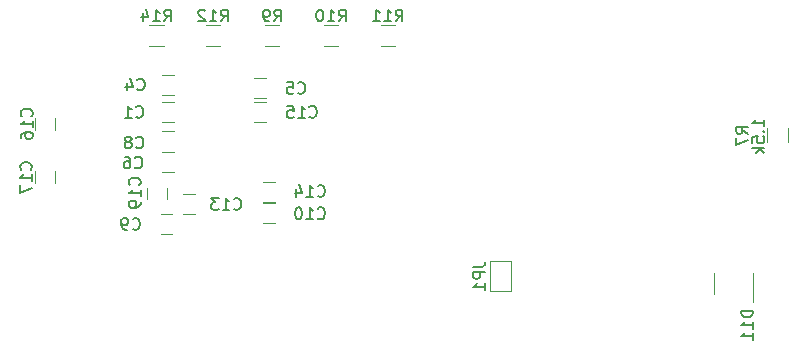
<source format=gbo>
G04 #@! TF.FileFunction,Legend,Bot*
%FSLAX46Y46*%
G04 Gerber Fmt 4.6, Leading zero omitted, Abs format (unit mm)*
G04 Created by KiCad (PCBNEW 4.0.6) date Fri Apr 28 14:46:48 2017*
%MOMM*%
%LPD*%
G01*
G04 APERTURE LIST*
%ADD10C,0.100000*%
%ADD11C,0.120000*%
%ADD12C,0.150000*%
G04 APERTURE END LIST*
D10*
D11*
X55000000Y-32875000D02*
X54000000Y-32875000D01*
X54000000Y-31175000D02*
X55000000Y-31175000D01*
X55000000Y-30575000D02*
X54000000Y-30575000D01*
X54000000Y-28875000D02*
X55000000Y-28875000D01*
X61800000Y-29175000D02*
X62800000Y-29175000D01*
X62800000Y-30875000D02*
X61800000Y-30875000D01*
X55000000Y-37075000D02*
X54000000Y-37075000D01*
X54000000Y-35375000D02*
X55000000Y-35375000D01*
X55000000Y-35375000D02*
X54000000Y-35375000D01*
X54000000Y-33675000D02*
X55000000Y-33675000D01*
X53900000Y-40675000D02*
X54900000Y-40675000D01*
X54900000Y-42375000D02*
X53900000Y-42375000D01*
X62600000Y-39700000D02*
X63600000Y-39700000D01*
X63600000Y-41400000D02*
X62600000Y-41400000D01*
X56800000Y-40675000D02*
X55800000Y-40675000D01*
X55800000Y-38975000D02*
X56800000Y-38975000D01*
X62600000Y-37925000D02*
X63600000Y-37925000D01*
X63600000Y-39625000D02*
X62600000Y-39625000D01*
X61800000Y-31175000D02*
X62800000Y-31175000D01*
X62800000Y-32875000D02*
X61800000Y-32875000D01*
X43250000Y-33525000D02*
X43250000Y-32525000D01*
X44950000Y-32525000D02*
X44950000Y-33525000D01*
X44950000Y-37025000D02*
X44950000Y-38025000D01*
X43250000Y-38025000D02*
X43250000Y-37025000D01*
X54450000Y-38425000D02*
X54450000Y-39425000D01*
X52750000Y-39425000D02*
X52750000Y-38425000D01*
X83590000Y-44680000D02*
X83590000Y-47220000D01*
X81810000Y-47220000D02*
X81810000Y-44680000D01*
X81810000Y-47220000D02*
X83590000Y-47220000D01*
X83590000Y-44680000D02*
X81810000Y-44680000D01*
X107030000Y-34600000D02*
X107030000Y-33400000D01*
X105270000Y-33400000D02*
X105270000Y-34600000D01*
X62750000Y-26430000D02*
X63950000Y-26430000D01*
X63950000Y-24670000D02*
X62750000Y-24670000D01*
X67750000Y-26430000D02*
X68950000Y-26430000D01*
X68950000Y-24670000D02*
X67750000Y-24670000D01*
X72550000Y-26430000D02*
X73750000Y-26430000D01*
X73750000Y-24670000D02*
X72550000Y-24670000D01*
X57750000Y-26430000D02*
X58950000Y-26430000D01*
X58950000Y-24670000D02*
X57750000Y-24670000D01*
X52950000Y-26430000D02*
X54150000Y-26430000D01*
X54150000Y-24670000D02*
X52950000Y-24670000D01*
X100790000Y-47450000D02*
X100790000Y-45650000D01*
X104010000Y-45650000D02*
X104010000Y-48100000D01*
D12*
X51816666Y-32407143D02*
X51864285Y-32454762D01*
X52007142Y-32502381D01*
X52102380Y-32502381D01*
X52245238Y-32454762D01*
X52340476Y-32359524D01*
X52388095Y-32264286D01*
X52435714Y-32073810D01*
X52435714Y-31930952D01*
X52388095Y-31740476D01*
X52340476Y-31645238D01*
X52245238Y-31550000D01*
X52102380Y-31502381D01*
X52007142Y-31502381D01*
X51864285Y-31550000D01*
X51816666Y-31597619D01*
X50864285Y-32502381D02*
X51435714Y-32502381D01*
X51150000Y-32502381D02*
X51150000Y-31502381D01*
X51245238Y-31645238D01*
X51340476Y-31740476D01*
X51435714Y-31788095D01*
X51916666Y-30107143D02*
X51964285Y-30154762D01*
X52107142Y-30202381D01*
X52202380Y-30202381D01*
X52345238Y-30154762D01*
X52440476Y-30059524D01*
X52488095Y-29964286D01*
X52535714Y-29773810D01*
X52535714Y-29630952D01*
X52488095Y-29440476D01*
X52440476Y-29345238D01*
X52345238Y-29250000D01*
X52202380Y-29202381D01*
X52107142Y-29202381D01*
X51964285Y-29250000D01*
X51916666Y-29297619D01*
X51059523Y-29535714D02*
X51059523Y-30202381D01*
X51297619Y-29154762D02*
X51535714Y-29869048D01*
X50916666Y-29869048D01*
X65516666Y-30407143D02*
X65564285Y-30454762D01*
X65707142Y-30502381D01*
X65802380Y-30502381D01*
X65945238Y-30454762D01*
X66040476Y-30359524D01*
X66088095Y-30264286D01*
X66135714Y-30073810D01*
X66135714Y-29930952D01*
X66088095Y-29740476D01*
X66040476Y-29645238D01*
X65945238Y-29550000D01*
X65802380Y-29502381D01*
X65707142Y-29502381D01*
X65564285Y-29550000D01*
X65516666Y-29597619D01*
X64611904Y-29502381D02*
X65088095Y-29502381D01*
X65135714Y-29978571D01*
X65088095Y-29930952D01*
X64992857Y-29883333D01*
X64754761Y-29883333D01*
X64659523Y-29930952D01*
X64611904Y-29978571D01*
X64564285Y-30073810D01*
X64564285Y-30311905D01*
X64611904Y-30407143D01*
X64659523Y-30454762D01*
X64754761Y-30502381D01*
X64992857Y-30502381D01*
X65088095Y-30454762D01*
X65135714Y-30407143D01*
X51716666Y-36707143D02*
X51764285Y-36754762D01*
X51907142Y-36802381D01*
X52002380Y-36802381D01*
X52145238Y-36754762D01*
X52240476Y-36659524D01*
X52288095Y-36564286D01*
X52335714Y-36373810D01*
X52335714Y-36230952D01*
X52288095Y-36040476D01*
X52240476Y-35945238D01*
X52145238Y-35850000D01*
X52002380Y-35802381D01*
X51907142Y-35802381D01*
X51764285Y-35850000D01*
X51716666Y-35897619D01*
X50859523Y-35802381D02*
X51050000Y-35802381D01*
X51145238Y-35850000D01*
X51192857Y-35897619D01*
X51288095Y-36040476D01*
X51335714Y-36230952D01*
X51335714Y-36611905D01*
X51288095Y-36707143D01*
X51240476Y-36754762D01*
X51145238Y-36802381D01*
X50954761Y-36802381D01*
X50859523Y-36754762D01*
X50811904Y-36707143D01*
X50764285Y-36611905D01*
X50764285Y-36373810D01*
X50811904Y-36278571D01*
X50859523Y-36230952D01*
X50954761Y-36183333D01*
X51145238Y-36183333D01*
X51240476Y-36230952D01*
X51288095Y-36278571D01*
X51335714Y-36373810D01*
X51816666Y-35007143D02*
X51864285Y-35054762D01*
X52007142Y-35102381D01*
X52102380Y-35102381D01*
X52245238Y-35054762D01*
X52340476Y-34959524D01*
X52388095Y-34864286D01*
X52435714Y-34673810D01*
X52435714Y-34530952D01*
X52388095Y-34340476D01*
X52340476Y-34245238D01*
X52245238Y-34150000D01*
X52102380Y-34102381D01*
X52007142Y-34102381D01*
X51864285Y-34150000D01*
X51816666Y-34197619D01*
X51245238Y-34530952D02*
X51340476Y-34483333D01*
X51388095Y-34435714D01*
X51435714Y-34340476D01*
X51435714Y-34292857D01*
X51388095Y-34197619D01*
X51340476Y-34150000D01*
X51245238Y-34102381D01*
X51054761Y-34102381D01*
X50959523Y-34150000D01*
X50911904Y-34197619D01*
X50864285Y-34292857D01*
X50864285Y-34340476D01*
X50911904Y-34435714D01*
X50959523Y-34483333D01*
X51054761Y-34530952D01*
X51245238Y-34530952D01*
X51340476Y-34578571D01*
X51388095Y-34626190D01*
X51435714Y-34721429D01*
X51435714Y-34911905D01*
X51388095Y-35007143D01*
X51340476Y-35054762D01*
X51245238Y-35102381D01*
X51054761Y-35102381D01*
X50959523Y-35054762D01*
X50911904Y-35007143D01*
X50864285Y-34911905D01*
X50864285Y-34721429D01*
X50911904Y-34626190D01*
X50959523Y-34578571D01*
X51054761Y-34530952D01*
X51516666Y-41907143D02*
X51564285Y-41954762D01*
X51707142Y-42002381D01*
X51802380Y-42002381D01*
X51945238Y-41954762D01*
X52040476Y-41859524D01*
X52088095Y-41764286D01*
X52135714Y-41573810D01*
X52135714Y-41430952D01*
X52088095Y-41240476D01*
X52040476Y-41145238D01*
X51945238Y-41050000D01*
X51802380Y-41002381D01*
X51707142Y-41002381D01*
X51564285Y-41050000D01*
X51516666Y-41097619D01*
X51040476Y-42002381D02*
X50850000Y-42002381D01*
X50754761Y-41954762D01*
X50707142Y-41907143D01*
X50611904Y-41764286D01*
X50564285Y-41573810D01*
X50564285Y-41192857D01*
X50611904Y-41097619D01*
X50659523Y-41050000D01*
X50754761Y-41002381D01*
X50945238Y-41002381D01*
X51040476Y-41050000D01*
X51088095Y-41097619D01*
X51135714Y-41192857D01*
X51135714Y-41430952D01*
X51088095Y-41526190D01*
X51040476Y-41573810D01*
X50945238Y-41621429D01*
X50754761Y-41621429D01*
X50659523Y-41573810D01*
X50611904Y-41526190D01*
X50564285Y-41430952D01*
X67192857Y-41007143D02*
X67240476Y-41054762D01*
X67383333Y-41102381D01*
X67478571Y-41102381D01*
X67621429Y-41054762D01*
X67716667Y-40959524D01*
X67764286Y-40864286D01*
X67811905Y-40673810D01*
X67811905Y-40530952D01*
X67764286Y-40340476D01*
X67716667Y-40245238D01*
X67621429Y-40150000D01*
X67478571Y-40102381D01*
X67383333Y-40102381D01*
X67240476Y-40150000D01*
X67192857Y-40197619D01*
X66240476Y-41102381D02*
X66811905Y-41102381D01*
X66526191Y-41102381D02*
X66526191Y-40102381D01*
X66621429Y-40245238D01*
X66716667Y-40340476D01*
X66811905Y-40388095D01*
X65621429Y-40102381D02*
X65526190Y-40102381D01*
X65430952Y-40150000D01*
X65383333Y-40197619D01*
X65335714Y-40292857D01*
X65288095Y-40483333D01*
X65288095Y-40721429D01*
X65335714Y-40911905D01*
X65383333Y-41007143D01*
X65430952Y-41054762D01*
X65526190Y-41102381D01*
X65621429Y-41102381D01*
X65716667Y-41054762D01*
X65764286Y-41007143D01*
X65811905Y-40911905D01*
X65859524Y-40721429D01*
X65859524Y-40483333D01*
X65811905Y-40292857D01*
X65764286Y-40197619D01*
X65716667Y-40150000D01*
X65621429Y-40102381D01*
X60092857Y-40207143D02*
X60140476Y-40254762D01*
X60283333Y-40302381D01*
X60378571Y-40302381D01*
X60521429Y-40254762D01*
X60616667Y-40159524D01*
X60664286Y-40064286D01*
X60711905Y-39873810D01*
X60711905Y-39730952D01*
X60664286Y-39540476D01*
X60616667Y-39445238D01*
X60521429Y-39350000D01*
X60378571Y-39302381D01*
X60283333Y-39302381D01*
X60140476Y-39350000D01*
X60092857Y-39397619D01*
X59140476Y-40302381D02*
X59711905Y-40302381D01*
X59426191Y-40302381D02*
X59426191Y-39302381D01*
X59521429Y-39445238D01*
X59616667Y-39540476D01*
X59711905Y-39588095D01*
X58807143Y-39302381D02*
X58188095Y-39302381D01*
X58521429Y-39683333D01*
X58378571Y-39683333D01*
X58283333Y-39730952D01*
X58235714Y-39778571D01*
X58188095Y-39873810D01*
X58188095Y-40111905D01*
X58235714Y-40207143D01*
X58283333Y-40254762D01*
X58378571Y-40302381D01*
X58664286Y-40302381D01*
X58759524Y-40254762D01*
X58807143Y-40207143D01*
X67192857Y-39107143D02*
X67240476Y-39154762D01*
X67383333Y-39202381D01*
X67478571Y-39202381D01*
X67621429Y-39154762D01*
X67716667Y-39059524D01*
X67764286Y-38964286D01*
X67811905Y-38773810D01*
X67811905Y-38630952D01*
X67764286Y-38440476D01*
X67716667Y-38345238D01*
X67621429Y-38250000D01*
X67478571Y-38202381D01*
X67383333Y-38202381D01*
X67240476Y-38250000D01*
X67192857Y-38297619D01*
X66240476Y-39202381D02*
X66811905Y-39202381D01*
X66526191Y-39202381D02*
X66526191Y-38202381D01*
X66621429Y-38345238D01*
X66716667Y-38440476D01*
X66811905Y-38488095D01*
X65383333Y-38535714D02*
X65383333Y-39202381D01*
X65621429Y-38154762D02*
X65859524Y-38869048D01*
X65240476Y-38869048D01*
X66492857Y-32407143D02*
X66540476Y-32454762D01*
X66683333Y-32502381D01*
X66778571Y-32502381D01*
X66921429Y-32454762D01*
X67016667Y-32359524D01*
X67064286Y-32264286D01*
X67111905Y-32073810D01*
X67111905Y-31930952D01*
X67064286Y-31740476D01*
X67016667Y-31645238D01*
X66921429Y-31550000D01*
X66778571Y-31502381D01*
X66683333Y-31502381D01*
X66540476Y-31550000D01*
X66492857Y-31597619D01*
X65540476Y-32502381D02*
X66111905Y-32502381D01*
X65826191Y-32502381D02*
X65826191Y-31502381D01*
X65921429Y-31645238D01*
X66016667Y-31740476D01*
X66111905Y-31788095D01*
X64635714Y-31502381D02*
X65111905Y-31502381D01*
X65159524Y-31978571D01*
X65111905Y-31930952D01*
X65016667Y-31883333D01*
X64778571Y-31883333D01*
X64683333Y-31930952D01*
X64635714Y-31978571D01*
X64588095Y-32073810D01*
X64588095Y-32311905D01*
X64635714Y-32407143D01*
X64683333Y-32454762D01*
X64778571Y-32502381D01*
X65016667Y-32502381D01*
X65111905Y-32454762D01*
X65159524Y-32407143D01*
X42957143Y-32382143D02*
X43004762Y-32334524D01*
X43052381Y-32191667D01*
X43052381Y-32096429D01*
X43004762Y-31953571D01*
X42909524Y-31858333D01*
X42814286Y-31810714D01*
X42623810Y-31763095D01*
X42480952Y-31763095D01*
X42290476Y-31810714D01*
X42195238Y-31858333D01*
X42100000Y-31953571D01*
X42052381Y-32096429D01*
X42052381Y-32191667D01*
X42100000Y-32334524D01*
X42147619Y-32382143D01*
X43052381Y-33334524D02*
X43052381Y-32763095D01*
X43052381Y-33048809D02*
X42052381Y-33048809D01*
X42195238Y-32953571D01*
X42290476Y-32858333D01*
X42338095Y-32763095D01*
X42052381Y-34191667D02*
X42052381Y-34001190D01*
X42100000Y-33905952D01*
X42147619Y-33858333D01*
X42290476Y-33763095D01*
X42480952Y-33715476D01*
X42861905Y-33715476D01*
X42957143Y-33763095D01*
X43004762Y-33810714D01*
X43052381Y-33905952D01*
X43052381Y-34096429D01*
X43004762Y-34191667D01*
X42957143Y-34239286D01*
X42861905Y-34286905D01*
X42623810Y-34286905D01*
X42528571Y-34239286D01*
X42480952Y-34191667D01*
X42433333Y-34096429D01*
X42433333Y-33905952D01*
X42480952Y-33810714D01*
X42528571Y-33763095D01*
X42623810Y-33715476D01*
X42907143Y-36907143D02*
X42954762Y-36859524D01*
X43002381Y-36716667D01*
X43002381Y-36621429D01*
X42954762Y-36478571D01*
X42859524Y-36383333D01*
X42764286Y-36335714D01*
X42573810Y-36288095D01*
X42430952Y-36288095D01*
X42240476Y-36335714D01*
X42145238Y-36383333D01*
X42050000Y-36478571D01*
X42002381Y-36621429D01*
X42002381Y-36716667D01*
X42050000Y-36859524D01*
X42097619Y-36907143D01*
X43002381Y-37859524D02*
X43002381Y-37288095D01*
X43002381Y-37573809D02*
X42002381Y-37573809D01*
X42145238Y-37478571D01*
X42240476Y-37383333D01*
X42288095Y-37288095D01*
X42002381Y-38192857D02*
X42002381Y-38859524D01*
X43002381Y-38430952D01*
X52107143Y-38207143D02*
X52154762Y-38159524D01*
X52202381Y-38016667D01*
X52202381Y-37921429D01*
X52154762Y-37778571D01*
X52059524Y-37683333D01*
X51964286Y-37635714D01*
X51773810Y-37588095D01*
X51630952Y-37588095D01*
X51440476Y-37635714D01*
X51345238Y-37683333D01*
X51250000Y-37778571D01*
X51202381Y-37921429D01*
X51202381Y-38016667D01*
X51250000Y-38159524D01*
X51297619Y-38207143D01*
X52202381Y-39159524D02*
X52202381Y-38588095D01*
X52202381Y-38873809D02*
X51202381Y-38873809D01*
X51345238Y-38778571D01*
X51440476Y-38683333D01*
X51488095Y-38588095D01*
X52202381Y-39635714D02*
X52202381Y-39826190D01*
X52154762Y-39921429D01*
X52107143Y-39969048D01*
X51964286Y-40064286D01*
X51773810Y-40111905D01*
X51392857Y-40111905D01*
X51297619Y-40064286D01*
X51250000Y-40016667D01*
X51202381Y-39921429D01*
X51202381Y-39730952D01*
X51250000Y-39635714D01*
X51297619Y-39588095D01*
X51392857Y-39540476D01*
X51630952Y-39540476D01*
X51726190Y-39588095D01*
X51773810Y-39635714D01*
X51821429Y-39730952D01*
X51821429Y-39921429D01*
X51773810Y-40016667D01*
X51726190Y-40064286D01*
X51630952Y-40111905D01*
X80372381Y-45116667D02*
X81086667Y-45116667D01*
X81229524Y-45069047D01*
X81324762Y-44973809D01*
X81372381Y-44830952D01*
X81372381Y-44735714D01*
X81372381Y-45592857D02*
X80372381Y-45592857D01*
X80372381Y-45973810D01*
X80420000Y-46069048D01*
X80467619Y-46116667D01*
X80562857Y-46164286D01*
X80705714Y-46164286D01*
X80800952Y-46116667D01*
X80848571Y-46069048D01*
X80896190Y-45973810D01*
X80896190Y-45592857D01*
X81372381Y-47116667D02*
X81372381Y-46545238D01*
X81372381Y-46830952D02*
X80372381Y-46830952D01*
X80515238Y-46735714D01*
X80610476Y-46640476D01*
X80658095Y-46545238D01*
X103627381Y-33858334D02*
X103151190Y-33525000D01*
X103627381Y-33286905D02*
X102627381Y-33286905D01*
X102627381Y-33667858D01*
X102675000Y-33763096D01*
X102722619Y-33810715D01*
X102817857Y-33858334D01*
X102960714Y-33858334D01*
X103055952Y-33810715D01*
X103103571Y-33763096D01*
X103151190Y-33667858D01*
X103151190Y-33286905D01*
X102627381Y-34191667D02*
X102627381Y-34858334D01*
X103627381Y-34429762D01*
X105002381Y-33241667D02*
X105002381Y-32670238D01*
X105002381Y-32955952D02*
X104002381Y-32955952D01*
X104145238Y-32860714D01*
X104240476Y-32765476D01*
X104288095Y-32670238D01*
X104907143Y-33670238D02*
X104954762Y-33717857D01*
X105002381Y-33670238D01*
X104954762Y-33622619D01*
X104907143Y-33670238D01*
X105002381Y-33670238D01*
X104002381Y-34622619D02*
X104002381Y-34146428D01*
X104478571Y-34098809D01*
X104430952Y-34146428D01*
X104383333Y-34241666D01*
X104383333Y-34479762D01*
X104430952Y-34575000D01*
X104478571Y-34622619D01*
X104573810Y-34670238D01*
X104811905Y-34670238D01*
X104907143Y-34622619D01*
X104954762Y-34575000D01*
X105002381Y-34479762D01*
X105002381Y-34241666D01*
X104954762Y-34146428D01*
X104907143Y-34098809D01*
X105002381Y-35098809D02*
X104002381Y-35098809D01*
X104621429Y-35194047D02*
X105002381Y-35479762D01*
X104335714Y-35479762D02*
X104716667Y-35098809D01*
X63516666Y-24352381D02*
X63850000Y-23876190D01*
X64088095Y-24352381D02*
X64088095Y-23352381D01*
X63707142Y-23352381D01*
X63611904Y-23400000D01*
X63564285Y-23447619D01*
X63516666Y-23542857D01*
X63516666Y-23685714D01*
X63564285Y-23780952D01*
X63611904Y-23828571D01*
X63707142Y-23876190D01*
X64088095Y-23876190D01*
X63040476Y-24352381D02*
X62850000Y-24352381D01*
X62754761Y-24304762D01*
X62707142Y-24257143D01*
X62611904Y-24114286D01*
X62564285Y-23923810D01*
X62564285Y-23542857D01*
X62611904Y-23447619D01*
X62659523Y-23400000D01*
X62754761Y-23352381D01*
X62945238Y-23352381D01*
X63040476Y-23400000D01*
X63088095Y-23447619D01*
X63135714Y-23542857D01*
X63135714Y-23780952D01*
X63088095Y-23876190D01*
X63040476Y-23923810D01*
X62945238Y-23971429D01*
X62754761Y-23971429D01*
X62659523Y-23923810D01*
X62611904Y-23876190D01*
X62564285Y-23780952D01*
X68992857Y-24352381D02*
X69326191Y-23876190D01*
X69564286Y-24352381D02*
X69564286Y-23352381D01*
X69183333Y-23352381D01*
X69088095Y-23400000D01*
X69040476Y-23447619D01*
X68992857Y-23542857D01*
X68992857Y-23685714D01*
X69040476Y-23780952D01*
X69088095Y-23828571D01*
X69183333Y-23876190D01*
X69564286Y-23876190D01*
X68040476Y-24352381D02*
X68611905Y-24352381D01*
X68326191Y-24352381D02*
X68326191Y-23352381D01*
X68421429Y-23495238D01*
X68516667Y-23590476D01*
X68611905Y-23638095D01*
X67421429Y-23352381D02*
X67326190Y-23352381D01*
X67230952Y-23400000D01*
X67183333Y-23447619D01*
X67135714Y-23542857D01*
X67088095Y-23733333D01*
X67088095Y-23971429D01*
X67135714Y-24161905D01*
X67183333Y-24257143D01*
X67230952Y-24304762D01*
X67326190Y-24352381D01*
X67421429Y-24352381D01*
X67516667Y-24304762D01*
X67564286Y-24257143D01*
X67611905Y-24161905D01*
X67659524Y-23971429D01*
X67659524Y-23733333D01*
X67611905Y-23542857D01*
X67564286Y-23447619D01*
X67516667Y-23400000D01*
X67421429Y-23352381D01*
X73792857Y-24352381D02*
X74126191Y-23876190D01*
X74364286Y-24352381D02*
X74364286Y-23352381D01*
X73983333Y-23352381D01*
X73888095Y-23400000D01*
X73840476Y-23447619D01*
X73792857Y-23542857D01*
X73792857Y-23685714D01*
X73840476Y-23780952D01*
X73888095Y-23828571D01*
X73983333Y-23876190D01*
X74364286Y-23876190D01*
X72840476Y-24352381D02*
X73411905Y-24352381D01*
X73126191Y-24352381D02*
X73126191Y-23352381D01*
X73221429Y-23495238D01*
X73316667Y-23590476D01*
X73411905Y-23638095D01*
X71888095Y-24352381D02*
X72459524Y-24352381D01*
X72173810Y-24352381D02*
X72173810Y-23352381D01*
X72269048Y-23495238D01*
X72364286Y-23590476D01*
X72459524Y-23638095D01*
X58992857Y-24352381D02*
X59326191Y-23876190D01*
X59564286Y-24352381D02*
X59564286Y-23352381D01*
X59183333Y-23352381D01*
X59088095Y-23400000D01*
X59040476Y-23447619D01*
X58992857Y-23542857D01*
X58992857Y-23685714D01*
X59040476Y-23780952D01*
X59088095Y-23828571D01*
X59183333Y-23876190D01*
X59564286Y-23876190D01*
X58040476Y-24352381D02*
X58611905Y-24352381D01*
X58326191Y-24352381D02*
X58326191Y-23352381D01*
X58421429Y-23495238D01*
X58516667Y-23590476D01*
X58611905Y-23638095D01*
X57659524Y-23447619D02*
X57611905Y-23400000D01*
X57516667Y-23352381D01*
X57278571Y-23352381D01*
X57183333Y-23400000D01*
X57135714Y-23447619D01*
X57088095Y-23542857D01*
X57088095Y-23638095D01*
X57135714Y-23780952D01*
X57707143Y-24352381D01*
X57088095Y-24352381D01*
X54192857Y-24352381D02*
X54526191Y-23876190D01*
X54764286Y-24352381D02*
X54764286Y-23352381D01*
X54383333Y-23352381D01*
X54288095Y-23400000D01*
X54240476Y-23447619D01*
X54192857Y-23542857D01*
X54192857Y-23685714D01*
X54240476Y-23780952D01*
X54288095Y-23828571D01*
X54383333Y-23876190D01*
X54764286Y-23876190D01*
X53240476Y-24352381D02*
X53811905Y-24352381D01*
X53526191Y-24352381D02*
X53526191Y-23352381D01*
X53621429Y-23495238D01*
X53716667Y-23590476D01*
X53811905Y-23638095D01*
X52383333Y-23685714D02*
X52383333Y-24352381D01*
X52621429Y-23304762D02*
X52859524Y-24019048D01*
X52240476Y-24019048D01*
X104052381Y-48835714D02*
X103052381Y-48835714D01*
X103052381Y-49073809D01*
X103100000Y-49216667D01*
X103195238Y-49311905D01*
X103290476Y-49359524D01*
X103480952Y-49407143D01*
X103623810Y-49407143D01*
X103814286Y-49359524D01*
X103909524Y-49311905D01*
X104004762Y-49216667D01*
X104052381Y-49073809D01*
X104052381Y-48835714D01*
X104052381Y-50359524D02*
X104052381Y-49788095D01*
X104052381Y-50073809D02*
X103052381Y-50073809D01*
X103195238Y-49978571D01*
X103290476Y-49883333D01*
X103338095Y-49788095D01*
X104052381Y-51311905D02*
X104052381Y-50740476D01*
X104052381Y-51026190D02*
X103052381Y-51026190D01*
X103195238Y-50930952D01*
X103290476Y-50835714D01*
X103338095Y-50740476D01*
M02*

</source>
